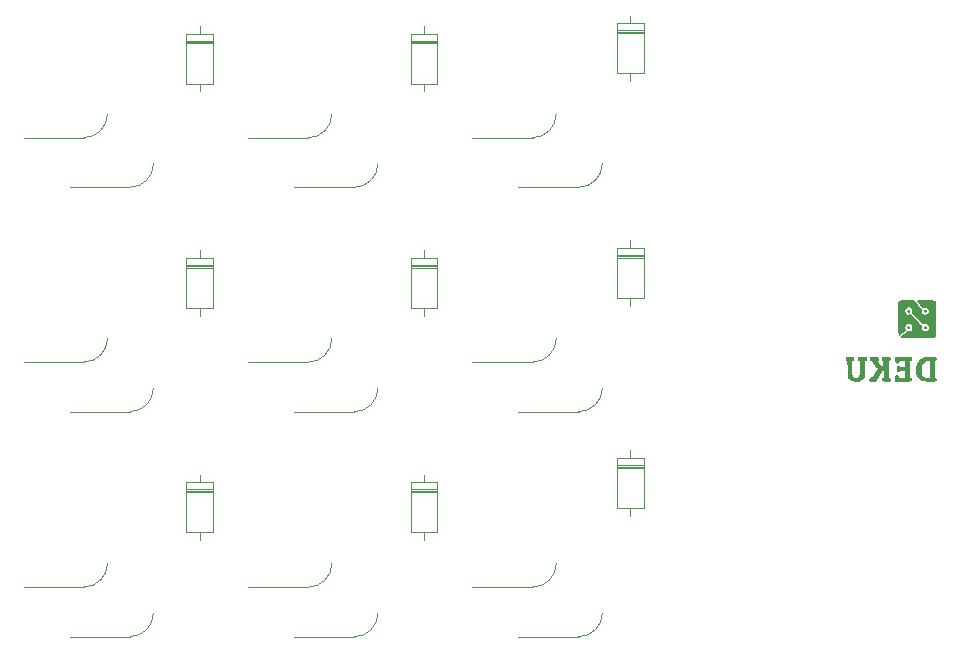
<source format=gbo>
G04 #@! TF.GenerationSoftware,KiCad,Pcbnew,8.0.3*
G04 #@! TF.CreationDate,2024-06-11T21:06:24+05:30*
G04 #@! TF.ProjectId,CoryDora,436f7279-446f-4726-912e-6b696361645f,rev?*
G04 #@! TF.SameCoordinates,Original*
G04 #@! TF.FileFunction,Legend,Bot*
G04 #@! TF.FilePolarity,Positive*
%FSLAX46Y46*%
G04 Gerber Fmt 4.6, Leading zero omitted, Abs format (unit mm)*
G04 Created by KiCad (PCBNEW 8.0.3) date 2024-06-11 21:06:24*
%MOMM*%
%LPD*%
G01*
G04 APERTURE LIST*
%ADD10C,0.000000*%
%ADD11C,0.120000*%
G04 APERTURE END LIST*
D10*
G36*
X162053504Y-117313596D02*
G01*
X162057538Y-117373717D01*
X162068946Y-117450239D01*
X162070250Y-117456923D01*
X162073514Y-117506483D01*
X162051689Y-117538551D01*
X161993872Y-117570613D01*
X161903356Y-117613777D01*
X161903953Y-118140915D01*
X161904787Y-118322477D01*
X161907875Y-118492381D01*
X161914219Y-118624278D01*
X161924843Y-118724629D01*
X161940771Y-118799896D01*
X161963028Y-118856543D01*
X161992640Y-118901032D01*
X162030630Y-118939825D01*
X162066604Y-118970093D01*
X162113131Y-118995953D01*
X162169761Y-119004427D01*
X162256242Y-119000857D01*
X162258088Y-119000723D01*
X162339297Y-118991113D01*
X162404262Y-118972133D01*
X162454754Y-118938703D01*
X162492546Y-118885743D01*
X162519410Y-118808175D01*
X162537119Y-118700919D01*
X162547443Y-118558895D01*
X162552157Y-118377023D01*
X162553032Y-118150224D01*
X162552068Y-117617019D01*
X162471702Y-117566187D01*
X162453259Y-117554222D01*
X162412800Y-117519094D01*
X162398134Y-117475733D01*
X162400198Y-117403527D01*
X162403031Y-117372476D01*
X162411692Y-117307494D01*
X162420444Y-117272931D01*
X162424046Y-117270771D01*
X162465230Y-117264246D01*
X162544185Y-117258973D01*
X162651504Y-117255447D01*
X162777776Y-117254162D01*
X162820907Y-117254175D01*
X162946001Y-117254773D01*
X163031429Y-117257197D01*
X163085308Y-117262713D01*
X163115755Y-117272586D01*
X163130885Y-117288082D01*
X163138815Y-117310468D01*
X163138941Y-117310939D01*
X163156907Y-117429691D01*
X163137997Y-117516447D01*
X163081691Y-117573598D01*
X163008794Y-117615435D01*
X162997888Y-118229330D01*
X162996885Y-118281506D01*
X162991708Y-118475297D01*
X162984874Y-118643544D01*
X162976732Y-118780120D01*
X162967628Y-118878899D01*
X162957912Y-118933756D01*
X162944915Y-118970828D01*
X162862497Y-119122268D01*
X162744133Y-119238901D01*
X162590086Y-119320450D01*
X162575632Y-119325424D01*
X162493515Y-119342574D01*
X162381028Y-119349990D01*
X162228676Y-119348404D01*
X162108718Y-119341780D01*
X161972287Y-119322557D01*
X161864266Y-119287851D01*
X161772339Y-119233275D01*
X161684192Y-119154443D01*
X161664699Y-119133960D01*
X161621744Y-119081947D01*
X161587971Y-119025527D01*
X161562145Y-118958179D01*
X161543032Y-118873383D01*
X161529397Y-118764620D01*
X161520006Y-118625370D01*
X161513624Y-118449114D01*
X161509016Y-118229330D01*
X161498607Y-117615435D01*
X161425710Y-117573598D01*
X161386721Y-117546897D01*
X161359415Y-117503406D01*
X161352814Y-117432545D01*
X161353074Y-117378266D01*
X161358096Y-117324982D01*
X161375386Y-117289654D01*
X161412501Y-117268596D01*
X161476996Y-117258119D01*
X161576427Y-117254537D01*
X161718348Y-117254162D01*
X162053504Y-117254162D01*
X162053504Y-117313596D01*
G37*
G36*
X168910252Y-118979576D02*
G01*
X168985326Y-119018399D01*
X169027059Y-119044423D01*
X169054038Y-119085629D01*
X169060400Y-119154630D01*
X169060253Y-119168534D01*
X169055209Y-119241337D01*
X169045211Y-119291623D01*
X169042580Y-119295292D01*
X169002728Y-119309936D01*
X168923650Y-119321237D01*
X168814127Y-119329197D01*
X168682940Y-119333816D01*
X168538868Y-119335097D01*
X168390694Y-119333040D01*
X168247197Y-119327647D01*
X168117158Y-119318918D01*
X168009358Y-119306856D01*
X167932578Y-119291461D01*
X167807930Y-119246891D01*
X167639735Y-119150721D01*
X167507528Y-119022092D01*
X167410133Y-118859350D01*
X167346369Y-118660841D01*
X167315059Y-118424912D01*
X167315292Y-118316321D01*
X167781070Y-118316321D01*
X167782937Y-118455988D01*
X167791621Y-118580695D01*
X167807168Y-118673137D01*
X167832238Y-118744848D01*
X167908088Y-118863524D01*
X168014491Y-118945975D01*
X168014934Y-118946203D01*
X168078559Y-118967777D01*
X168171945Y-118986785D01*
X168275040Y-118999136D01*
X168459809Y-119013110D01*
X168459809Y-118308809D01*
X168459809Y-117604507D01*
X168317562Y-117604507D01*
X168242616Y-117608418D01*
X168089432Y-117647082D01*
X167965285Y-117726334D01*
X167871387Y-117845226D01*
X167808949Y-118002807D01*
X167797606Y-118061323D01*
X167785975Y-118178997D01*
X167781070Y-118316321D01*
X167315292Y-118316321D01*
X167315535Y-118203208D01*
X167352257Y-117969646D01*
X167426828Y-117765690D01*
X167538038Y-117593149D01*
X167684679Y-117453829D01*
X167865541Y-117349540D01*
X168079415Y-117282088D01*
X168111413Y-117276869D01*
X168204107Y-117267884D01*
X168328123Y-117260683D01*
X168471187Y-117255898D01*
X168621024Y-117254162D01*
X168707994Y-117254136D01*
X168842789Y-117254999D01*
X168937961Y-117259412D01*
X169000395Y-117270171D01*
X169036972Y-117290069D01*
X169054576Y-117321901D01*
X169060091Y-117368461D01*
X169060400Y-117432545D01*
X169056977Y-117489185D01*
X169035957Y-117537102D01*
X168985485Y-117574390D01*
X168910569Y-117617019D01*
X168910411Y-118298298D01*
X168910409Y-118308809D01*
X168910252Y-118979576D01*
G37*
G36*
X166593703Y-117254341D02*
G01*
X166723015Y-117256411D01*
X166817664Y-117261581D01*
X166883020Y-117271188D01*
X166924451Y-117286567D01*
X166947328Y-117309056D01*
X166957021Y-117339992D01*
X166958899Y-117380709D01*
X166958331Y-117432545D01*
X166954908Y-117489185D01*
X166933888Y-117537102D01*
X166883416Y-117574390D01*
X166808500Y-117617019D01*
X166808342Y-118298298D01*
X166808183Y-118979576D01*
X166883257Y-119018399D01*
X166924991Y-119044423D01*
X166951969Y-119085629D01*
X166958331Y-119154630D01*
X166958184Y-119168534D01*
X166953140Y-119241337D01*
X166943142Y-119291623D01*
X166934471Y-119302837D01*
X166913464Y-119312169D01*
X166874949Y-119319240D01*
X166813502Y-119324351D01*
X166723701Y-119327802D01*
X166600123Y-119329894D01*
X166437343Y-119330929D01*
X166229940Y-119331207D01*
X165531927Y-119331207D01*
X165531927Y-119071367D01*
X165532552Y-118965947D01*
X165537961Y-118877009D01*
X165553522Y-118822567D01*
X165584599Y-118794099D01*
X165636557Y-118783086D01*
X165714763Y-118781006D01*
X165721268Y-118781052D01*
X165765805Y-118790294D01*
X165799425Y-118823750D01*
X165834801Y-118893276D01*
X165884614Y-119005886D01*
X166121177Y-119005886D01*
X166357740Y-119005886D01*
X166357740Y-118718103D01*
X166357740Y-118430320D01*
X166157007Y-118430320D01*
X166087791Y-118430641D01*
X166013289Y-118433896D01*
X165969535Y-118443379D01*
X165944766Y-118462358D01*
X165927214Y-118494097D01*
X165902752Y-118533731D01*
X165864853Y-118550865D01*
X165796371Y-118550402D01*
X165694587Y-118542931D01*
X165687512Y-118261404D01*
X165680436Y-117979876D01*
X165780777Y-117979876D01*
X165822119Y-117981557D01*
X165880987Y-117998882D01*
X165922110Y-118042438D01*
X165933278Y-118058546D01*
X165959214Y-118083842D01*
X165997299Y-118097806D01*
X166060158Y-118103754D01*
X166160421Y-118105000D01*
X166357740Y-118105000D01*
X166357740Y-117854753D01*
X166357740Y-117604507D01*
X166133027Y-117604507D01*
X165908314Y-117604507D01*
X165856573Y-117705928D01*
X165832951Y-117750420D01*
X165801936Y-117789039D01*
X165759790Y-117801914D01*
X165687148Y-117799771D01*
X165569464Y-117792192D01*
X165562361Y-117523177D01*
X165555259Y-117254162D01*
X166241605Y-117254162D01*
X166424357Y-117254034D01*
X166593703Y-117254341D01*
G37*
G36*
X163905965Y-117254365D02*
G01*
X164013190Y-117257092D01*
X164084260Y-117265763D01*
X164126603Y-117283799D01*
X164147650Y-117314623D01*
X164154830Y-117361659D01*
X164155573Y-117428329D01*
X164144661Y-117506560D01*
X164106168Y-117557662D01*
X164094104Y-117567075D01*
X164083933Y-117583702D01*
X164086997Y-117608491D01*
X164106721Y-117647766D01*
X164146531Y-117707854D01*
X164209851Y-117795078D01*
X164300109Y-117915765D01*
X164543454Y-118239536D01*
X164550529Y-117928550D01*
X164551765Y-117816795D01*
X164549366Y-117708447D01*
X164542999Y-117637158D01*
X164533016Y-117609369D01*
X164499795Y-117590910D01*
X164449493Y-117554814D01*
X164438881Y-117546175D01*
X164408860Y-117511128D01*
X164399061Y-117464495D01*
X164404444Y-117387565D01*
X164418331Y-117266675D01*
X164766745Y-117259684D01*
X164894541Y-117257427D01*
X165004844Y-117258213D01*
X165078681Y-117265671D01*
X165123392Y-117282900D01*
X165146318Y-117313004D01*
X165154799Y-117359085D01*
X165156175Y-117424242D01*
X165151563Y-117495992D01*
X165130113Y-117539608D01*
X165081642Y-117574390D01*
X165006726Y-117617019D01*
X165006568Y-118298298D01*
X165006410Y-118979576D01*
X165081484Y-119018399D01*
X165123217Y-119044423D01*
X165150195Y-119085629D01*
X165156558Y-119154630D01*
X165156411Y-119168416D01*
X165151285Y-119241511D01*
X165141111Y-119292292D01*
X165135908Y-119301701D01*
X165116711Y-119314768D01*
X165078460Y-119322995D01*
X165013416Y-119327080D01*
X164913842Y-119327722D01*
X164771998Y-119325620D01*
X164418331Y-119318694D01*
X164404267Y-119196208D01*
X164398786Y-119141280D01*
X164401575Y-119089934D01*
X164423880Y-119057243D01*
X164473085Y-119024820D01*
X164555967Y-118975918D01*
X164555967Y-118610210D01*
X164555967Y-118244503D01*
X164224390Y-118786743D01*
X163892814Y-119328983D01*
X163638989Y-119330095D01*
X163537342Y-119330021D01*
X163448759Y-119325420D01*
X163394785Y-119310870D01*
X163366847Y-119281074D01*
X163356371Y-119230737D01*
X163354784Y-119154564D01*
X163355769Y-119129723D01*
X163378660Y-119054954D01*
X163437064Y-119003037D01*
X163537864Y-118966917D01*
X163540106Y-118966333D01*
X163574731Y-118949084D01*
X163616007Y-118911625D01*
X163668694Y-118848271D01*
X163737552Y-118753336D01*
X163827340Y-118621134D01*
X163871646Y-118554621D01*
X163943152Y-118446971D01*
X164002430Y-118357348D01*
X164044285Y-118293613D01*
X164063525Y-118263629D01*
X164064323Y-118259821D01*
X164048924Y-118222815D01*
X164007482Y-118158227D01*
X163946202Y-118073727D01*
X163871287Y-117976990D01*
X163788941Y-117875687D01*
X163705370Y-117777491D01*
X163626776Y-117690075D01*
X163559364Y-117621112D01*
X163509339Y-117578274D01*
X163484786Y-117559641D01*
X163437317Y-117511133D01*
X163419431Y-117471919D01*
X163419525Y-117469997D01*
X163422219Y-117414246D01*
X163425688Y-117341748D01*
X163429858Y-117254162D01*
X163777526Y-117254162D01*
X163905965Y-117254365D01*
G37*
G36*
X168997839Y-115531819D02*
G01*
X168927625Y-115592202D01*
X168857412Y-115652586D01*
X167447980Y-115652586D01*
X167350507Y-115652575D01*
X167060335Y-115652363D01*
X166815230Y-115651798D01*
X166611368Y-115650779D01*
X166444928Y-115649203D01*
X166312086Y-115646968D01*
X166209019Y-115643972D01*
X166131905Y-115640112D01*
X166076920Y-115635286D01*
X166040242Y-115629392D01*
X166018048Y-115622327D01*
X166006515Y-115613988D01*
X165999338Y-115600304D01*
X166002572Y-115575765D01*
X166024728Y-115539251D01*
X166070152Y-115485143D01*
X166143192Y-115407825D01*
X166248194Y-115301678D01*
X166521907Y-115027966D01*
X166611978Y-115052835D01*
X166640306Y-115059243D01*
X166759013Y-115057326D01*
X166867099Y-115012428D01*
X166951160Y-114929427D01*
X166990700Y-114852023D01*
X167005236Y-114737709D01*
X166970439Y-114616746D01*
X166931911Y-114554620D01*
X166853141Y-114487595D01*
X166760480Y-114456441D01*
X166662698Y-114457789D01*
X166568567Y-114488273D01*
X166486858Y-114544525D01*
X166426342Y-114623177D01*
X166395790Y-114720864D01*
X166403974Y-114834216D01*
X166429224Y-114933694D01*
X166175834Y-115194135D01*
X166139608Y-115231132D01*
X166035756Y-115333291D01*
X165958971Y-115401211D01*
X165905372Y-115438115D01*
X165871078Y-115447226D01*
X165861393Y-115445282D01*
X165851860Y-115439648D01*
X165843859Y-115426661D01*
X165837229Y-115402441D01*
X165831811Y-115363106D01*
X165827443Y-115304774D01*
X165823965Y-115223564D01*
X165821216Y-115115594D01*
X165819036Y-114976983D01*
X165817264Y-114803850D01*
X165815740Y-114592312D01*
X165814302Y-114338488D01*
X165812791Y-114038497D01*
X165812041Y-113865380D01*
X165811335Y-113612260D01*
X165811137Y-113376163D01*
X165811150Y-113366649D01*
X166394646Y-113366649D01*
X166418571Y-113475935D01*
X166484343Y-113573171D01*
X166552837Y-113626244D01*
X166663701Y-113662024D01*
X166786892Y-113649545D01*
X166870307Y-113625622D01*
X167349551Y-114104394D01*
X167470646Y-114225500D01*
X167586491Y-114342190D01*
X167673730Y-114431957D01*
X167736114Y-114499368D01*
X167777394Y-114548993D01*
X167801320Y-114585399D01*
X167811641Y-114613155D01*
X167812110Y-114636830D01*
X167806475Y-114660993D01*
X167795427Y-114736629D01*
X167799645Y-114821392D01*
X167806473Y-114845635D01*
X167841521Y-114913554D01*
X167892448Y-114980506D01*
X167946900Y-115031698D01*
X167992522Y-115052336D01*
X168016113Y-115054302D01*
X168071927Y-115064039D01*
X168161299Y-115061404D01*
X168252260Y-115020616D01*
X168331875Y-114951695D01*
X168388318Y-114864914D01*
X168409760Y-114770549D01*
X168391955Y-114668103D01*
X168337449Y-114565264D01*
X168256341Y-114490989D01*
X168211836Y-114469189D01*
X168142078Y-114455499D01*
X168047068Y-114460670D01*
X167915331Y-114476153D01*
X167448954Y-114009775D01*
X166982576Y-113543398D01*
X166998255Y-113425210D01*
X167001615Y-113387019D01*
X166986985Y-113264314D01*
X166936980Y-113164350D01*
X166859323Y-113092567D01*
X166761736Y-113054407D01*
X166651941Y-113055309D01*
X166537663Y-113100715D01*
X166466844Y-113160615D01*
X166411195Y-113257486D01*
X166394646Y-113366649D01*
X165811150Y-113366649D01*
X165811425Y-113161808D01*
X165812178Y-112973911D01*
X165813374Y-112817190D01*
X165814992Y-112696365D01*
X165817011Y-112616151D01*
X165819409Y-112581268D01*
X165831387Y-112546724D01*
X165855475Y-112514734D01*
X165895862Y-112490490D01*
X165958168Y-112472963D01*
X166048014Y-112461124D01*
X166171022Y-112453943D01*
X166332813Y-112450389D01*
X166539008Y-112449433D01*
X167098130Y-112449433D01*
X167466328Y-112820592D01*
X167570057Y-112925311D01*
X167666614Y-113023952D01*
X167735416Y-113097022D01*
X167780595Y-113149946D01*
X167806282Y-113188146D01*
X167816612Y-113217045D01*
X167815715Y-113242067D01*
X167807724Y-113268634D01*
X167805464Y-113275376D01*
X167792763Y-113387438D01*
X167822458Y-113491587D01*
X167887385Y-113578063D01*
X167980376Y-113637107D01*
X168094268Y-113658957D01*
X168196433Y-113647851D01*
X168288985Y-113602761D01*
X168360956Y-113517639D01*
X168372669Y-113496617D01*
X168404682Y-113384094D01*
X168393861Y-113270145D01*
X168343362Y-113167680D01*
X168256341Y-113089609D01*
X168212619Y-113068111D01*
X168142671Y-113054142D01*
X168047616Y-113059226D01*
X167916428Y-113074644D01*
X167650834Y-112809050D01*
X167615562Y-112773866D01*
X167524026Y-112682138D01*
X167456294Y-112609527D01*
X167415283Y-112553805D01*
X167403907Y-112512743D01*
X167425081Y-112484113D01*
X167481720Y-112465685D01*
X167576739Y-112455232D01*
X167713053Y-112450525D01*
X167893578Y-112449335D01*
X168121228Y-112449433D01*
X168282349Y-112450042D01*
X168462295Y-112452325D01*
X168617618Y-112456103D01*
X168741963Y-112461165D01*
X168828975Y-112467300D01*
X168872297Y-112474299D01*
X168889815Y-112481186D01*
X168915675Y-112493967D01*
X168937576Y-112511616D01*
X168955825Y-112537898D01*
X168970726Y-112576579D01*
X168982586Y-112631424D01*
X168991711Y-112706197D01*
X168998407Y-112804664D01*
X169002979Y-112930589D01*
X169005733Y-113087738D01*
X169006976Y-113279875D01*
X169007013Y-113510765D01*
X169006151Y-113784174D01*
X169004694Y-114103867D01*
X169001494Y-114770549D01*
X168997839Y-115531819D01*
G37*
G36*
X166787444Y-114667991D02*
G01*
X166789427Y-114669818D01*
X166827952Y-114734656D01*
X166823542Y-114804757D01*
X166777092Y-114863240D01*
X166731199Y-114886114D01*
X166687459Y-114889684D01*
X166673610Y-114884895D01*
X166634981Y-114876822D01*
X166613485Y-114858448D01*
X166586115Y-114811187D01*
X166580124Y-114797338D01*
X166570080Y-114741729D01*
X166595187Y-114686064D01*
X166647647Y-114638884D01*
X166717038Y-114630733D01*
X166787444Y-114667991D01*
G37*
G36*
X168146614Y-113236614D02*
G01*
X168201436Y-113279440D01*
X168228701Y-113340715D01*
X168223031Y-113406150D01*
X168179049Y-113461456D01*
X168171748Y-113466173D01*
X168103741Y-113483650D01*
X168034586Y-113467450D01*
X167980904Y-113424972D01*
X167959316Y-113363617D01*
X167960719Y-113350342D01*
X167988525Y-113293956D01*
X168037876Y-113245672D01*
X168090144Y-113225197D01*
X168146614Y-113236614D01*
G37*
G36*
X168146614Y-114637993D02*
G01*
X168201436Y-114680819D01*
X168228701Y-114742094D01*
X168223031Y-114807529D01*
X168179049Y-114862835D01*
X168176411Y-114864629D01*
X168108822Y-114884544D01*
X168038948Y-114869208D01*
X167983731Y-114826306D01*
X167960112Y-114763523D01*
X167961385Y-114749681D01*
X167988982Y-114694603D01*
X168038223Y-114646911D01*
X168090144Y-114626576D01*
X168146614Y-114637993D01*
G37*
G36*
X166787444Y-113266612D02*
G01*
X166789427Y-113268439D01*
X166827952Y-113333277D01*
X166823542Y-113403377D01*
X166777092Y-113461861D01*
X166731199Y-113484734D01*
X166687459Y-113488305D01*
X166673610Y-113483516D01*
X166634981Y-113475443D01*
X166613485Y-113457069D01*
X166586115Y-113409808D01*
X166580124Y-113395959D01*
X166570080Y-113340349D01*
X166595187Y-113284684D01*
X166647647Y-113237505D01*
X166717038Y-113229354D01*
X166787444Y-113266612D01*
G37*
D11*
X121745000Y-100883262D02*
G75*
G02*
X119745000Y-102883262I-1999999J-1D01*
G01*
X117845000Y-96683262D02*
G75*
G02*
X115845000Y-98683262I-1999999J-1D01*
G01*
X119745000Y-102883262D02*
X114645000Y-102883262D01*
X115845000Y-98683262D02*
X110745000Y-98683262D01*
X140745000Y-100883262D02*
G75*
G02*
X138745000Y-102883262I-1999999J-1D01*
G01*
X136845000Y-96683262D02*
G75*
G02*
X134845000Y-98683262I-1999999J-1D01*
G01*
X138745000Y-102883262D02*
X133645000Y-102883262D01*
X134845000Y-98683262D02*
X129745000Y-98683262D01*
X102745000Y-100883262D02*
G75*
G02*
X100745000Y-102883262I-1999999J-1D01*
G01*
X98845000Y-96683262D02*
G75*
G02*
X96845000Y-98683262I-1999999J-1D01*
G01*
X100745000Y-102883262D02*
X95645000Y-102883262D01*
X96845000Y-98683262D02*
X91745000Y-98683262D01*
X121745000Y-138933262D02*
G75*
G02*
X119745000Y-140933262I-1999999J-1D01*
G01*
X117845000Y-134733262D02*
G75*
G02*
X115845000Y-136733262I-1999999J-1D01*
G01*
X119745000Y-140933262D02*
X114645000Y-140933262D01*
X115845000Y-136733262D02*
X110745000Y-136733262D01*
X102745000Y-119883262D02*
G75*
G02*
X100745000Y-121883262I-1999999J-1D01*
G01*
X98845000Y-115683262D02*
G75*
G02*
X96845000Y-117683262I-1999999J-1D01*
G01*
X100745000Y-121883262D02*
X95645000Y-121883262D01*
X96845000Y-117683262D02*
X91745000Y-117683262D01*
X102745000Y-138933262D02*
G75*
G02*
X100745000Y-140933262I-1999999J-1D01*
G01*
X98845000Y-134733262D02*
G75*
G02*
X96845000Y-136733262I-1999999J-1D01*
G01*
X100745000Y-140933262D02*
X95645000Y-140933262D01*
X96845000Y-136733262D02*
X91745000Y-136733262D01*
X140745000Y-119883262D02*
G75*
G02*
X138745000Y-121883262I-1999999J-1D01*
G01*
X136845000Y-115683262D02*
G75*
G02*
X134845000Y-117683262I-1999999J-1D01*
G01*
X138745000Y-121883262D02*
X133645000Y-121883262D01*
X134845000Y-117683262D02*
X129745000Y-117683262D01*
X134845000Y-136733262D02*
X129745000Y-136733262D01*
X138745000Y-140933262D02*
X133645000Y-140933262D01*
X136845000Y-134733262D02*
G75*
G02*
X134845000Y-136733262I-1999999J-1D01*
G01*
X140745000Y-138933262D02*
G75*
G02*
X138745000Y-140933262I-1999999J-1D01*
G01*
X121745000Y-119883262D02*
G75*
G02*
X119745000Y-121883262I-1999999J-1D01*
G01*
X117845000Y-115683262D02*
G75*
G02*
X115845000Y-117683262I-1999999J-1D01*
G01*
X119745000Y-121883262D02*
X114645000Y-121883262D01*
X115845000Y-117683262D02*
X110745000Y-117683262D01*
X124525000Y-108863262D02*
X124525000Y-113103262D01*
X124525000Y-113103262D02*
X126765000Y-113103262D01*
X125645000Y-108863262D02*
X125645000Y-108213262D01*
X125645000Y-113103262D02*
X125645000Y-113753262D01*
X126765000Y-108863262D02*
X124525000Y-108863262D01*
X126765000Y-109463262D02*
X124525000Y-109463262D01*
X126765000Y-109583262D02*
X124525000Y-109583262D01*
X126765000Y-109703262D02*
X124525000Y-109703262D01*
X126765000Y-113103262D02*
X126765000Y-108863262D01*
X142005932Y-89002816D02*
X142005932Y-93242816D01*
X142005932Y-93242816D02*
X144245932Y-93242816D01*
X143125932Y-89002816D02*
X143125932Y-88352816D01*
X143125932Y-93242816D02*
X143125932Y-93892816D01*
X144245932Y-89002816D02*
X142005932Y-89002816D01*
X144245932Y-89602816D02*
X142005932Y-89602816D01*
X144245932Y-89722816D02*
X142005932Y-89722816D01*
X144245932Y-89842816D02*
X142005932Y-89842816D01*
X144245932Y-93242816D02*
X144245932Y-89002816D01*
X105525000Y-108863262D02*
X105525000Y-113103262D01*
X105525000Y-113103262D02*
X107765000Y-113103262D01*
X106645000Y-108863262D02*
X106645000Y-108213262D01*
X106645000Y-113103262D02*
X106645000Y-113753262D01*
X107765000Y-108863262D02*
X105525000Y-108863262D01*
X107765000Y-109463262D02*
X105525000Y-109463262D01*
X107765000Y-109583262D02*
X105525000Y-109583262D01*
X107765000Y-109703262D02*
X105525000Y-109703262D01*
X107765000Y-113103262D02*
X107765000Y-108863262D01*
X142005932Y-125812816D02*
X142005932Y-130052816D01*
X142005932Y-130052816D02*
X144245932Y-130052816D01*
X143125932Y-125812816D02*
X143125932Y-125162816D01*
X143125932Y-130052816D02*
X143125932Y-130702816D01*
X144245932Y-125812816D02*
X142005932Y-125812816D01*
X144245932Y-126412816D02*
X142005932Y-126412816D01*
X144245932Y-126532816D02*
X142005932Y-126532816D01*
X144245932Y-126652816D02*
X142005932Y-126652816D01*
X144245932Y-130052816D02*
X144245932Y-125812816D01*
X105525000Y-89863262D02*
X105525000Y-94103262D01*
X105525000Y-94103262D02*
X107765000Y-94103262D01*
X106645000Y-89863262D02*
X106645000Y-89213262D01*
X106645000Y-94103262D02*
X106645000Y-94753262D01*
X107765000Y-89863262D02*
X105525000Y-89863262D01*
X107765000Y-90463262D02*
X105525000Y-90463262D01*
X107765000Y-90583262D02*
X105525000Y-90583262D01*
X107765000Y-90703262D02*
X105525000Y-90703262D01*
X107765000Y-94103262D02*
X107765000Y-89863262D01*
X124525000Y-127863262D02*
X124525000Y-132103262D01*
X124525000Y-132103262D02*
X126765000Y-132103262D01*
X125645000Y-127863262D02*
X125645000Y-127213262D01*
X125645000Y-132103262D02*
X125645000Y-132753262D01*
X126765000Y-127863262D02*
X124525000Y-127863262D01*
X126765000Y-128463262D02*
X124525000Y-128463262D01*
X126765000Y-128583262D02*
X124525000Y-128583262D01*
X126765000Y-128703262D02*
X124525000Y-128703262D01*
X126765000Y-132103262D02*
X126765000Y-127863262D01*
X124525000Y-89863262D02*
X124525000Y-94103262D01*
X124525000Y-94103262D02*
X126765000Y-94103262D01*
X125645000Y-89863262D02*
X125645000Y-89213262D01*
X125645000Y-94103262D02*
X125645000Y-94753262D01*
X126765000Y-89863262D02*
X124525000Y-89863262D01*
X126765000Y-90463262D02*
X124525000Y-90463262D01*
X126765000Y-90583262D02*
X124525000Y-90583262D01*
X126765000Y-90703262D02*
X124525000Y-90703262D01*
X126765000Y-94103262D02*
X126765000Y-89863262D01*
X142005932Y-108002816D02*
X142005932Y-112242816D01*
X142005932Y-112242816D02*
X144245932Y-112242816D01*
X143125932Y-108002816D02*
X143125932Y-107352816D01*
X143125932Y-112242816D02*
X143125932Y-112892816D01*
X144245932Y-108002816D02*
X142005932Y-108002816D01*
X144245932Y-108602816D02*
X142005932Y-108602816D01*
X144245932Y-108722816D02*
X142005932Y-108722816D01*
X144245932Y-108842816D02*
X142005932Y-108842816D01*
X144245932Y-112242816D02*
X144245932Y-108002816D01*
X105525000Y-127863262D02*
X105525000Y-132103262D01*
X105525000Y-132103262D02*
X107765000Y-132103262D01*
X106645000Y-127863262D02*
X106645000Y-127213262D01*
X106645000Y-132103262D02*
X106645000Y-132753262D01*
X107765000Y-127863262D02*
X105525000Y-127863262D01*
X107765000Y-128463262D02*
X105525000Y-128463262D01*
X107765000Y-128583262D02*
X105525000Y-128583262D01*
X107765000Y-128703262D02*
X105525000Y-128703262D01*
X107765000Y-132103262D02*
X107765000Y-127863262D01*
M02*

</source>
